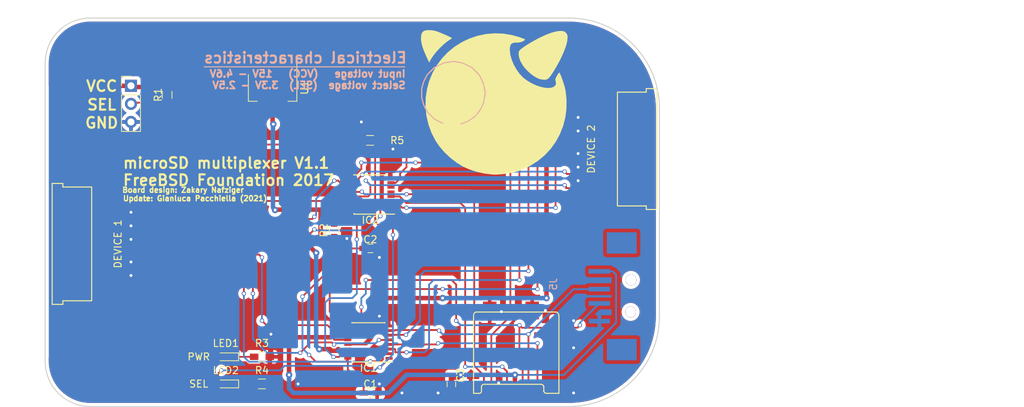
<source format=kicad_pcb>
(kicad_pcb (version 20210824) (generator pcbnew)
  (title_block (title "micro SD card multiplexer board") (date "2017-11-17") (rev "1.0") (company "FreeBSD Foundation"))
  (layers (0 "F.Cu" signal) (31 "B.Cu" signal) (34 "B.Paste" user) (35 "F.Paste" user) (36 "B.SilkS" user "B.Silkscreen") (37 "F.SilkS" user "F.Silkscreen") (38 "B.Mask" user) (39 "F.Mask" user) (44 "Edge.Cuts" user))
  (net 0 "")
  (net 1 "VCC")
  (net 2 "GND")
  (net 3 "VDD_1")
  (net 4 "CMD_1")
  (net 5 "CMD_2")
  (net 6 "3V3")
  (net 7 "DAT3{slash}CD_1")
  (net 8 "Net-(IC1-Pad4)")
  (net 9 "DAT2_2")
  (net 10 "DAT2_1")
  (net 11 "device_select")
  (net 12 "OE")
  (net 13 "DAT1_1")
  (net 14 "DAT1_2")
  (net 15 "DAT0_1")
  (net 16 "DAT0_2")
  (net 17 "Net-(IC2-Pad9)")
  (net 18 "Net-(IC2-Pad7)")
  (net 19 "Net-(IC2-Pad4)")
  (net 20 "CLK_2")
  (net 21 "CLK_1")
  (net 22 "VDD_2")
  (net 23 "Net-(LED1-Pad1)")
  (net 24 "Net-(LED2-Pad1)")
  (net 25 "Net-(IC2-Pad12)")
  (net 26 "DAT3{slash}CD_2")
  (net 27 "VDD")
  (net 28 "DAT3{slash}CD")
  (net 29 "CMD")
  (footprint "Capacitors_SMD:C_0603_HandSoldering" (layer "F.Cu") (at 147.32 120.015)
    (fp_text reference "C1")
    (fp_text value "100nF")
  )
  (footprint "Capacitors_SMD:C_0603_HandSoldering" (layer "F.Cu") (at 147.32 99.695)
    (fp_text reference "C2")
    (fp_text value "100nF")
  )
  (footprint "Capacitors_SMD:C_0603_HandSoldering" (layer "F.Cu") (at 158.715107 118.800683 -90)
    (fp_text reference "C3")
    (fp_text value "100nF")
  )
  (footprint "Package_SO:SSOP-16_4.4x5.2mm_P0.65mm" (layer "F.Cu") (at 147.05 112.87 180)
    (fp_text reference "IC1")
    (fp_text value "SN74CB3Q3257DBQR")
  )
  (footprint "Package_SO:SSOP-16_4.4x5.2mm_P0.65mm" (layer "F.Cu") (at 147.32 92.075 180)
    (fp_text reference "IC2")
    (fp_text value "SN74CB3Q3257DBQR")
  )
  (footprint "sd_mux_footprints:FFC_connector_SFW12R-2STE1LF" (layer "F.Cu") (at 108.585 99.06 -90)
    (fp_text reference "J2" hide)
    (fp_text value "DEVICE 1")
  )
  (footprint "sd_mux_footprints:FFC_connector_SFW12R-2STE1LF" (layer "F.Cu") (at 181.61 85.725 90)
    (fp_text reference "J3" hide)
    (fp_text value "DEVICE 2")
  )
  (footprint "Pin_Headers:Pin_Header_Straight_1x03_Pitch2.54mm" (layer "F.Cu") (at 113.665 76.835)
    (fp_text reference "J4" hide)
    (fp_text value "CONTROL")
  )
  (footprint "LEDs:LED_0603_HandSoldering" (layer "F.Cu") (at 127 114.935 180)
    (fp_text reference "LED1")
    (fp_text value "PWR")
  )
  (footprint "LEDs:LED_0603_HandSoldering" (layer "F.Cu") (at 127 118.745 180)
    (fp_text reference "LED2")
    (fp_text value "SEL")
  )
  (footprint "Resistors_SMD:R_0603_HandSoldering" (layer "F.Cu") (at 118.745 78.105 -90)
    (fp_text reference "R1")
    (fp_text value "10K")
  )
  (footprint "Resistors_SMD:R_0603_HandSoldering" (layer "F.Cu") (at 142.24 97.155 90)
    (fp_text reference "R2")
    (fp_text value "10K")
  )
  (footprint "Resistors_SMD:R_0603_HandSoldering" (layer "F.Cu") (at 132.08 114.935)
    (fp_text reference "R3")
    (fp_text value "1K")
  )
  (footprint "Resistors_SMD:R_0603_HandSoldering" (layer "F.Cu") (at 132.08 118.745)
    (fp_text reference "R4")
    (fp_text value "1K")
  )
  (footprint "Resistors_SMD:R_0603_HandSoldering" (layer "F.Cu") (at 147.285107 84.510683 180)
    (fp_text reference "R5")
    (fp_text value "10K")
  )
  (footprint "sd_mux_footprints:push_pull_uSD_slot_1040310811" (layer "F.Cu") (at 167.83 120.07)
    (fp_text reference "J1" hide)
    (fp_text value "Micro_SD_Card_Det")
  )
  (footprint "sd_mux_footprints:fbsd_logo" (layer "F.Cu") (at 164.8 79.2)
    (fp_text reference "G***" hide)
    (fp_text value "LOGO" hide)
  )
  (footprint "Package_TO_SOT_SMD:SOT-223-3_TabPin2" (layer "F.Cu") (at 133.575 77.095 -90)
    (fp_text reference "U1")
    (fp_text value "AMS1117-3.3")
  )
  (footprint "Symbol:avatar" (layer "B.Cu") (at 159.19 78.63 180)
    (fp_text reference "G***" hide)
    (fp_text value "LOGO" hide)
  )
  (footprint "Connector_USB:USB aliexpress" (layer "B.Cu") (at 183.91 106.376 -90)
    (fp_text reference "J5")
    (fp_text value "USB_A")
  )
  (gr_line (start 152.146 74.168) (end 123.952 74.168) (layer "B.SilkS") (width 0.15))
  (gr_line (start 107.95 67.31) (end 175.26 67.31) (layer "Edge.Cuts") (width 0.15))
  (gr_line (start 187.96 80.01) (end 187.96 109.22) (layer "Edge.Cuts") (width 0.15))
  (gr_line (start 107.95 121.92) (end 175.26 121.92) (layer "Edge.Cuts") (width 0.15))
  (gr_arc (start 107.95 73.66) (end 101.6 73.66) (angle 90) (layer "Edge.Cuts") (width 0.15))
  (gr_line (start 101.6 73.66) (end 101.6 115.57) (layer "Edge.Cuts") (width 0.15))
  (gr_arc (start 175.26 109.22) (end 187.96 109.22) (angle 90) (layer "Edge.Cuts") (width 0.15))
  (gr_arc (start 175.26 80.01) (end 175.26 67.31) (angle 90) (layer "Edge.Cuts") (width 0.15))
  (gr_arc (start 107.95 115.57) (end 107.95 121.92) (angle 90) (layer "Edge.Cuts") (width 0.15))
  (gr_text "Input voltage   (VCC)   15V - 4.6V\nSelect voltage  (SEL)  3.3V - 2.5V" (at 152.4 75.946) (layer "B.SilkS") (effects (font (size 1 1) (thickness 0.25)) (justify left mirror)))
  (gr_text "Electrical characteristics" (at 138.176 72.898) (layer "B.SilkS") (effects (font (size 1.5 1.5) (thickness 0.3)) (justify mirror)))
  (gr_text "Board design: Zakary Nafziger      \nUpdate: Gianluca Pacchiella (2021)" (at 122.682 92.075) (layer "F.SilkS") (effects (font (size 0.738 0.738) (thickness 0.1845))))
  (gr_text "VCC" (at 109.55 76.88) (layer "F.SilkS") (effects (font (size 1.5 1.5) (thickness 0.3))))
  (gr_text "SEL" (at 109.55 79.502) (layer "F.SilkS") (effects (font (size 1.5 1.5) (thickness 0.3))))
  (gr_text "microSD multiplexer V1.1\nFreeBSD Foundation 2017\n" (at 112.395 88.9) (layer "F.SilkS") (effects (font (size 1.5 1.5) (thickness 0.3)) (justify left)))
  (gr_text "GND" (at 109.55 82.042) (layer "F.SilkS") (effects (font (size 1.5 1.5) (thickness 0.3))))
  (segment (start 150 71.145) (end 160 71.145) (width 0.25) (layer "F.Cu") (net 0))
  (segment (start 118.745 77.005) (end 113.835 77.005) (width 0.635) (layer "F.Cu") (net 1))
  (segment (start 123.825 114.935) (end 125.9 114.935) (width 0.635) (layer "F.Cu") (net 1))
  (segment (start 103.505 76.835) (end 113.665 76.835) (width 0.635) (layer "F.Cu") (net 1))
  (segment (start 123.825 114.935) (end 103.505 114.935) (width 0.635) (layer "F.Cu") (net 1))
  (segment (start 102.87 114.3) (end 102.87 77.47) (width 0.635) (layer "F.Cu") (net 1))
  (segment (start 103.505 114.935) (end 102.87 114.3) (width 0.635) (layer "F.Cu") (net 1))
  (segment (start 128.215 77.005) (end 131.275 73.945) (width 0.635) (layer "F.Cu") (net 1))
  (segment (start 118.745 77.005) (end 128.215 77.005) (width 0.635) (layer "F.Cu") (net 1))
  (segment (start 102.87 77.47) (end 103.505 76.835) (width 0.635) (layer "F.Cu") (net 1))
  (segment (start 113.835 77.005) (end 113.665 76.835) (width 0.25) (layer "F.Cu") (net 1))
  (segment (start 181.11 81.225) (end 176.585 81.225) (width 0.25) (layer "F.Cu") (net 2))
  (segment (start 109.085 94.56) (end 113.61 94.56) (width 0.25) (layer "F.Cu") (net 2))
  (segment (start 176.53 83.185) (end 181.07 83.185) (width 0.25) (layer "F.Cu") (net 2))
  (segment (start 149.95 110.58) (end 149.95 110.595) (width 0.25) (layer "F.Cu") (net 2))
  (segment (start 148.27 120.015) (end 151.765 120.015) (width 0.635) (layer "F.Cu") (net 2))
  (segment (start 109.085 98.56) (end 113.53 98.56) (width 0.25) (layer "F.Cu") (net 2))
  (segment (start 142.24 98.255) (end 142.24 97.906348) (width 0.25) (layer "F.Cu") (net 2))
  (segment (start 146.185107 84.510683) (end 146.185107 82.050107) (width 0.635) (layer "F.Cu") (net 2))
  (segment (start 109.085 103.56) (end 113.61 103.56) (width 0.25) (layer "F.Cu") (net 2))
  (segment (start 156.845 120.015) (end 158.45079 120.015) (width 0.635) (layer "F.Cu") (net 2))
  (segment (start 181.07 88.265) (end 181.11 88.225) (width 0.25) (layer "F.Cu") (net 2))
  (segment (start 150.125 88.795) (end 150.495 88.425) (width 0.635) (layer "F.Cu") (net 2))
  (segment (start 150.125 88.795) (end 150.125 89.6475) (width 0.635) (layer "F.Cu") (net 2))
  (segment (start 109.125 101.6) (end 109.085 101.56) (width 0.25) (layer "F.Cu") (net 2))
  (segment (start 109.125 96.52) (end 109.085 96.56) (width 0.25) (layer "F.Cu") (net 2))
  (segment (start 181.07 83.185) (end 181.11 83.225) (width 0.25) (layer "F.Cu") (net 2))
  (segment (start 133.35 114.3) (end 133.35 111.76) (width 0.635) (layer "F.Cu") (net 2))
  (segment (start 133.18 118.745) (end 133.18 114.935) (width 0.635) (layer "F.Cu") (net 2))
  (segment (start 148.27 99.695) (end 148.27 100.645) (width 0.635) (layer "F.Cu") (net 2))
  (segment (start 164.1 108.42) (end 165.57 108.42) (width 0.25) (layer "F.Cu") (net 2))
  (segment (start 133.18 118.745) (end 134.415 118.745) (width 0.635) (layer "F.Cu") (net 2))
  (segment (start 134.66501 118.99501) (end 136.90999 118.99501) (width 0.635) (layer "F.Cu") (net 2))
  (segment (start 136.90999 118.99501) (end 137.16 118.745) (width 0.635) (layer "F.Cu") (net 2))
  (segment (start 175.575 119.695) (end 175.895 120.015) (width 0.25) (layer "F.Cu") (net 2))
  (segment (start 150.495 88.425) (end 150.495 85.725) (width 0.635) (layer "F.Cu") (net 2))
  (segment (start 181.11 86.225) (end 176.665 86.225) (width 0.25) (layer "F.Cu") (net 2))
  (segment (start 158.45079 120.015) (end 158.715107 119.750683) (width 0.635) (layer "F.Cu") (net 2))
  (segment (start 148.59 109.22) (end 149.95 110.58) (width 0.25) (layer "F.Cu") (net 2))
  (segment (start 148.27 100.645) (end 148.59 100.965) (width 0.635) (layer "F.Cu") (net 2))
  (segment (start 165.43 119.82) (end 165.43 118.694) (width 0.635) (layer "F.Cu") (net 2))
  (segment (start 113.665 96.52) (end 109.125 96.52) (width 0.25) (layer "F.Cu") (net 2))
  (segment (start 113.53 98.56) (end 113.665 98.425) (width 0.25) (layer "F.Cu") (net 2))
  (segment (start 173.87 119.695) (end 175.575 119.695) (width 0.25) (layer "F.Cu") (net 2))
  (segment (start 146.185107 82.050107) (end 146.05 81.915) (width 0.635) (layer "F.Cu") (net 2))
  (segment (start 158.99579 119.47) (end 158.715107 119.750683) (width 0.25) (layer "F.Cu") (net 2))
  (segment (start 171.92 108.42) (end 171.925556 108.425556) (width 0.25) (layer "F.Cu") (net 2))
  (segment (start 175.78 109.97) (end 175.895 109.855) (width 0.25) (layer "F.Cu") (net 2))
  (segment (start 176.53 88.265) (end 181.07 88.265) (width 0.25) (layer "F.Cu") (net 2))
  (segment (start 113.61 94.56) (end 113.665 94.615) (width 0.25) (layer "F.Cu") (net 2))
  (segment (start 133.18 114.935) (end 133.18 114.47) (width 0.635) (layer "F.Cu") (net 2))
  (segment (start 148.59 119.695) (end 148.27 120.015) (width 0.635) (layer "F.Cu") (net 2))
  (segment (start 176.665 86.225) (end 176.53 86.36) (width 0.25) (layer "F.Cu") (net 2))
  (segment (start 175.895 113.665) (end 173.975 113.665) (width 0.25) (layer "F.Cu") (net 2))
  (segment (start 181.11 90.225) (end 176.585 90.225) (width 0.25) (layer "F.Cu") (net 2))
  (segment (start 176.585 90.225) (end 176.53 90.17) (width 0.25) (layer "F.Cu") (net 2))
  (segment (start 113.665 101.6) (end 109.125 101.6) (width 0.25) (layer "F.Cu") (net 2))
  (segment (start 134.415 118.745) (end 134.66501 118.99501) (width 0.635) (layer "F.Cu") (net 2))
  (segment (start 161.41 119.47) (end 158.99579 119.47) (width 0.25) (layer "F.Cu") (net 2))
  (segment (start 148.59 118.745) (end 148.59 119.695) (width 0.635) (layer "F.Cu") (net 2))
  (segment (start 165.43 118.694) (end 165.354 118.618) (width 0.635) (layer "F.Cu") (net 2))
  (segment (start 165.57 108.42) (end 165.735 108.585) (width 0.25) (layer "F.Cu") (net 2))
  (segment (start 133.18 114.47) (end 133.35 114.3) (width 0.635) (layer "F.Cu") (net 2))
  (segment (start 170.07 108.42) (end 171.92 108.42) (width 0.25) (layer "F.Cu") (net 2))
  (segment (start 113.61 103.56) (end 113.665 103.505) (width 0.25) (layer "F.Cu") (net 2))
  (segment (start 173.97 109.97) (end 175.78 109.97) (width 0.25) (layer "F.Cu") (net 2))
  (segment (start 173.975 113.665) (end 173.97 113.67) (width 0.25) (layer "F.Cu") (net 2))
  (segment (start 176.585 81.225) (end 176.53 81.28) (width 0.25) (layer "F.Cu") (net 2))
  (via (at 176.53 86.36) (size 0.6) (drill 0.4) (layers "F.Cu" "B.Cu") (net 2))
  (via (at 113.665 96.52) (size 0.6) (drill 0.4) (layers "F.Cu" "B.Cu") (net 2))
  (via (at 175.895 113.665) (size 0.6) (drill 0.4) (layers "F.Cu" "B.Cu") (net 2))
  (via (at 113.665 103.505) (size 0.6) (drill 0.4) (layers "F.Cu" "B.Cu") (net 2))
  (via (at 146.05 81.915) (size 0.9) (drill 0.4) (layers "F.Cu" "B.Cu") (net 2))
  (via (at 165.354 118.618) (size 0.9) (drill 0.4) (layers "F.Cu" "B.Cu") (net 2))
  (via (at 175.895 120.015) (size 0.6) (drill 0.4) (layers "F.Cu" "B.Cu") (net 2))
  (via (at 133.35 111.76) (size 0.9) (drill 0.4) (layers "F.Cu" "B.Cu") (net 2))
  (via (at 176.53 88.265) (size 0.6) (drill 0.4) (layers "F.Cu" "B.Cu") (net 2))
  (via (at 148.59 100.965) (size 0.9) (drill 0.4) (layers "F.Cu" "B.Cu") (net 2))
  (via (at 165.735 108.585) (size 0.6) (drill 0.4) (layers "F.Cu" "B.Cu") (net 2))
  (via (at 176.53 90.17) (size 0.6) (drill 0.4) (layers "F.Cu" "B.Cu") (net 2))
  (via (at 176.53 81.28) (size 0.6) (drill 0.4) (layers "F.Cu" "B.Cu") (net 2))
  (via (at 113.665 94.615) (size 0.6) (drill 0.4) (layers "F.Cu" "B.Cu") (net 2))
  (via (at 150.495 85.725) (size 0.9) (drill 0.4) (layers "F.Cu" "B.Cu") (net 2))
  (via (at 176.53 83.185) (size 0.6) (drill 0.4) (layers "F.Cu" "B.Cu") (net 2))
  (via (at 175.895 109.855) (size 0.6) (drill 0.4) (layers "F.Cu" "B.Cu") (net 2))
  (via (at 144.018 98.298) (size 0.6) (drill 0.4) (layers "F.Cu" "B.Cu") (net 2))
  (via (at 156.845 120.015) (size 0.9) (drill 0.4) (layers "F.Cu" "B.Cu") (net 2))
  (via (at 113.665 101.6) (size 0.6) (drill 0.4) (layers "F.Cu" "B.Cu") (net 2))
  (via (at 171.925556 108.425556) (size 0.6) (drill 0.4) (layers "F.Cu" "B.Cu") (net 2))
  (via (at 113.665 98.425) (size 0.6) (drill 0.4) (layers "F.Cu" "B.Cu") (net 2))
  (via (at 148.59 109.22) (size 0.9) (drill 0.4) (layers "F.Cu" "B.Cu") (net 2))
  (via (at 148.59 118.745) (size 0.9) (drill 0.4) (layers "F.Cu" "B.Cu") (net 2))
  (via (at 151.765 120.015) (size 0.9) (drill 0.4) (layers "F.Cu" "B.Cu") (net 2))
  (via (at 137.16 118.745) (size 0.9) (drill 0.4) (layers "F.Cu" "B.Cu") (net 2))
  (segment (start 133.390001 96.479999) (end 139.040111 96.479999) (width 0.25) (layer "B.Cu") (net 2))
  (segment (start 140.061254 96.209122) (end 141.200876 95.0695) (width 0.25) (layer "B.Cu") (net 2))
  (segment (start 165.354 118.618) (end 165.354 120.015) (width 0.25) (layer "B.Cu") (net 2))
  (segment (start 133.35 111.76) (end 133.35 96.52) (width 0.25) (layer "B.Cu") (net 2))
  (segment (start 113.665 98.425) (end 113.665 101.6) (width 0.25) (layer "B.Cu") (net 2))
  (segment (start 139.040111 96.479999) (end 139.310988 96.209122) (width 0.25) (layer "B.Cu") (net 2))
  (segment (start 165.735 108.585) (end 171.766112 108.585) (width 0.25) (layer "B.Cu") (net 2))
  (segment (start 113.665 103.505) (end 113.665 101.6) (width 0.25) (layer "B.Cu") (net 2))
  (segment (start 139.310988 96.209122) (end 140.061254 96.209122) (width 0.25) (layer "B.Cu") (net 2))
  (segment (start 113.665 98.425) (end 113.665 96.52) (width 0.25) (layer "B.Cu") (net 2))
  (segment (start 171.766112 108.585) (end 171.925556 108.425556) (width 0.25) (layer "B.Cu") (net 2))
  (segment (start 133.35 96.52) (end 133.390001 96.479999) (width 0.25) (layer "B.Cu") (net 2))
  (segment (start 113.665 94.615) (end 113.665 96.52) (width 0.25) (layer "B.Cu") (net 2))
  (segment (start 142.825 113.87) (end 142.808499 113.853499) (width 0.635) (layer "F.Cu") (net 3))
  (segment (start 109.085 99.56) (end 138.93 99.56) (width 0.635) (layer "F.Cu") (net 3))
  (segment (start 141.624609 113.853499) (end 140.166501 113.853499) (width 0.635) (layer "F.Cu") (net 3))
  (segment (start 142.803331 113.853499) (end 142.573095 114.083735) (width 0.635) (layer "F.Cu") (net 3))
  (segment (start 138.93 99.56) (end 139.7 100.33) (width 0.635) (layer "F.Cu") (net 3))
  (segment (start 141.854845 114.083735) (end 141.624609 113.853499) (width 0.635) (layer "F.Cu") (net 3))
  (segment (start 142.85 113.845) (end 142.825 113.87) (width 0.25) (layer "F.Cu") (net 3))
  (segment (start 140.166501 113.853499) (end 140.15 113.87) (width 0.635) (layer "F.Cu") (net 3))
  (segment (start 144.15 113.845) (end 142.85 113.845) (width 0.25) (layer "F.Cu") (net 3))
  (segment (start 142.808499 113.853499) (end 142.803331 113.853499) (width 0.635) (layer "F.Cu") (net 3))
  (segment (start 142.573095 114.083735) (end 141.854845 114.083735) (width 0.635) (layer "F.Cu") (net 3))
  (via (at 139.7 100.33) (size 0.9) (drill 0.4) (layers "F.Cu" "B.Cu") (net 3))
  (via (at 140.15 113.87) (size 0.9) (drill 0.4) (layers "F.Cu" "B.Cu") (net 3))
  (segment (start 139.7 113.42) (end 140.15 113.87) (width 0.635) (layer "B.Cu") (net 3))
  (segment (start 139.7 100.33) (end 139.7 113.42) (width 0.635) (layer "B.Cu") (net 3))
  (segment (start 142.7 111.895) (end 144.15 111.895) (width 0.25) (layer "F.Cu") (net 4))
  (segment (start 131.675 100.56) (end 109.085 100.56) (width 0.25) (layer "F.Cu") (net 4))
  (segment (start 132.715 110.49) (end 141.295 110.49) (width 0.25) (layer "F.Cu") (net 4))
  (segment (start 132.08 100.965) (end 131.675 100.56) (width 0.25) (layer "F.Cu") (net 4))
  (segment (start 132.08 109.855) (end 132.715 110.49) (width 0.25) (layer "F.Cu") (net 4))
  (segment (start 141.295 110.49) (end 142.7 111.895) (width 0.25) (layer "F.Cu") (net 4))
  (via (at 132.08 100.965) (size 0.6) (drill 0.4) (layers "F.Cu" "B.Cu") (net 4))
  (via (at 132.08 109.855) (size 0.6) (drill 0.4) (layers "F.Cu" "B.Cu") (net 4))
  (segment (start 132.08 109.855) (end 132.08 100.965) (width 0.25) (layer "B.Cu") (net 4))
  (segment (start 142.8 110.77) (end 142.8 109.78) (width 0.25) (layer "F.Cu") (net 5))
  (segment (start 141.605 106.045) (end 142.24 105.41) (width 0.25) (layer "F.Cu") (net 5))
  (segment (start 144.15 111.245) (end 143.275 111.245) (width 0.25) (layer "F.Cu") (net 5))
  (segment (start 141.605 108.585) (end 141.605 106.045) (width 0.25) (layer "F.Cu") (net 5))
  (segment (start 142.8 109.78) (end 141.605 108.585) (width 0.25) (layer "F.Cu") (net 5))
  (segment (start 170.815 105.41) (end 170.815 84.455) (width 0.25) (layer "F.Cu") (net 5))
  (segment (start 171.045 84.225) (end 181.11 84.225) (width 0.25) (layer "F.Cu") (net 5))
  (segment (start 142.24 105.41) (end 157.48 105.41) (width 0.25) (layer "F.Cu") (net 5))
  (segment (start 170.815 84.455) (end 171.045 84.225) (width 0.25) (layer "F.Cu") (net 5))
  (segment (start 143.275 111.245) (end 142.8 110.77) (width 0.25) (layer "F.Cu") (net 5))
  (via (at 157.48 105.41) (size 0.6) (drill 0.4) (layers "F.Cu" "B.Cu") (net 5))
  (via (at 170.815 105.41) (size 0.6) (drill 0.4) (layers "F.Cu" "B.Cu") (net 5))
  (segment (start 160.02 105.41) (end 170.815 105.41) (width 0.25) (layer "B.Cu") (net 5))
  (segment (start 157.48 105.41) (end 160.02 105.41) (width 0.25) (layer "B.Cu") (net 5))
  (segment (start 138.7 114.67) (end 139.655236 115.625236) (width 0.25) (layer "F.Cu") (net 6))
  (segment (start 133.575 82.125) (end 133.68 82.23) (width 0.25) (layer "F.Cu") (net 6))
  (segment (start 146.37 119.225) (end 146.37 120.015) (width 0.25) (layer "F.Cu") (net 6))
  (segment (start 133.9765 94.245) (end 133.925 94.2965) (width 0.635) (layer "F.Cu") (net 6))
  (segment (start 143.844764 115.625236) (end 144.15 115.32) (width 0.25) (layer "F.Cu") (net 6))
  (segment (start 142.15 102.095) (end 137.775 106.47) (width 0.25) (layer "F.Cu") (net 6))
  (segment (start 142.38 94.35) (end 142.275 94.245) (width 0.25) (layer "F.Cu") (net 6))
  (segment (start 133.575 80.245) (end 133.575 82.125) (width 0.635) (layer "F.Cu") (net 6))
  (segment (start 144.15 115.145) (end 144.15 116.72) (width 0.25) (layer "F.Cu") (net 6))
  (segment (start 140.325 98.139022) (end 141.880978 99.695) (width 0.25) (layer "F.Cu") (net 6))
  (segment (start 139.655236 115.625236) (end 143.844764 115.625236) (width 0.25) (layer "F.Cu") (net 6))
  (segment (start 140.325 94.245) (end 140.325 98.139022) (width 0.635) (layer "F.Cu") (net 6))
  (segment (start 133.575 73.945) (end 133.575 80.245) (width 0.635) (layer "F.Cu") (net 6))
  (segment (start 142.15 99.695) (end 142.15 102.095) (width 0.25) (layer "F.Cu") (net 6))
  (segment (start 142.275 94.245) (end 140.325 94.245) (width 0.635) (layer "F.Cu") (net 6))
  (segment (start 141.880978 99.695) (end 142.15 99.695) (width 0.25) (layer "F.Cu") (net 6))
  (segment (start 144.15 116.72) (end 146.425 118.995) (width 0.25) (layer "F.Cu") (net 6))
  (segment (start 142.15 99.695) (end 146.37 99.695) (width 0.25) (layer "F.Cu") (net 6))
  (segment (start 140.325 94.245) (end 133.9765 94.245) (width 0.635) (layer "F.Cu") (net 6))
  (segment (start 144.42 94.35) (end 142.38 94.35) (width 0.25) (layer "F.Cu") (net 6))
  (segment (start 146.425 119.17) (end 146.37 119.225) (width 0.25) (layer "F.Cu") (net 6))
  (segment (start 146.425 118.995) (end 146.425 119.17) (width 0.25) (layer "F.Cu") (net 6))
  (via (at 133.925 94.2965) (size 0.9) (drill 0.4) (layers "F.Cu" "B.Cu") (net 6))
  (via (at 138.7 114.67) (size 0.6) (drill 0.4) (layers "F.Cu" "B.Cu") (net 6))
  (via (at 133.68 82.23) (size 0.9) (drill 0.4) (layers "F.Cu" "B.Cu") (net 6))
  (via (at 137.775 106.47) (size 0.6) (drill 0.4) (layers "F.Cu" "B.Cu") (net 6))
  (segment (start 133.925 94.245) (end 133.925 94.2965) (width 0.25) (layer "B.Cu") (net 6))
  (segment (start 137.775 113.745) (end 138.7 114.67) (width 0.25) (layer "B.Cu") (net 6))
  (segment (start 137.775 106.47) (end 137.775 113.745) (width 0.25) (layer "B.Cu") (net 6))
  (segment (start 133.625 93.945) (end 133.925 94.245) (width 0.25) (layer "B.Cu") (net 6))
  (segment (start 133.625 82.285) (end 133.68 82.23) (width 0.25) (layer "B.Cu") (net 6))
  (segment (start 133.625 93.945) (end 133.625 82.285) (width 0.635) (layer "B.Cu") (net 6))
  (segment (start 149.925 112.57) (end 149.95 112.545) (width 0.25) (layer "F.Cu") (net 7))
  (segment (start 138.922313 112.911499) (end 141.908735 112.911499) (width 0.25) (layer "F.Cu") (net 7))
  (segment (start 137.454962 114.37885) (end 138.922313 112.911499) (width 0.25) (layer "F.Cu") (net 7))
  (segment (start 130.81 106.045) (end 130.81 102.87) (width 0.25) (layer "F.Cu") (net 7))
  (segment (start 141.908735 112.911499) (end 142.21397 113.216734) (width 0.25) (layer "F.Cu") (net 7))
  (segment (start 148.525 112.57) (end 149.925 112.57) (width 0.25) (layer "F.Cu") (net 7))
  (segment (start 130.5 102.56) (end 109.085 102.56) (width 0.25) (layer "F.Cu") (net 7))
  (segment (start 130.81 102.87) (end 130.5 102.56) (width 0.25) (layer "F.Cu") (net 7))
  (via (at 137.454962 114.37885) (size 0.6) (drill 0.4) (layers "F.Cu" "B.Cu") (net 7))
  (via (at 142.21397 113.216734) (size 0.6) (drill 0.4) (layers "F.Cu" "B.Cu") (net 7))
  (via (at 148.525 112.57) (size 0.6) (drill 0.4) (layers "F.Cu" "B.Cu") (net 7))
  (via (at 130.81 106.045) (size 0.6) (drill 0.4) (layers "F.Cu" "B.Cu") (net 7))
  (segment (start 142.400704 113.03) (end 142.21397 113.216734) (width 0.25) (layer "B.Cu") (net 7))
  (segment (start 148.065 113.03) (end 142.400704 113.03) (width 0.25) (layer "B.Cu") (net 7))
  (segment (start 148.525 112.57) (end 148.065 113.03) (width 0.25) (layer "B.Cu") (net 7))
  (segment (start 132.79385 114.37885) (end 137.454962 114.37885) (width 0.25) (layer "B.Cu") (net 7))
  (segment (start 130.81 112.395) (end 132.79385 114.37885) (width 0.25) (layer "B.Cu") (net 7))
  (segment (start 130.81 106.045) (end 130.81 112.395) (width 0.25) (layer "B.Cu") (net 7))
  (segment (start 149.95 113.195) (end 156.68 113.195) (width 0.25) (layer "F.Cu") (net 8))
  (segment (start 156.68 113.195) (end 156.845 113.03) (width 0.25) (layer "F.Cu") (net 8))
  (segment (start 170.815 113.03) (end 170.815 119.7) (width 0.25) (layer "F.Cu") (net 8))
  (segment (start 170.815 119.7) (end 170.935 119.82) (width 0.25) (layer "F.Cu") (net 8))
  (via (at 170.815 113.03) (size 0.6) (drill 0.4) (layers "F.Cu" "B.Cu") (net 8))
  (via (at 156.845 113.03) (size 0.6) (drill 0.4) (layers "F.Cu" "B.Cu") (net 8))
  (segment (start 156.845 113.03) (end 170.815 113.03) (width 0.25) (layer "B.Cu") (net 8))
  (segment (start 168.275 80.645) (end 168.695 80.225) (width 0.25) (layer "F.Cu") (net 9))
  (segment (start 168.275 104.14) (end 168.275 80.645) (width 0.25) (layer "F.Cu") (net 9))
  (segment (start 168.695 80.225) (end 181.11 80.225) (width 0.25) (layer "F.Cu") (net 9))
  (segment (start 150.749022 113.845) (end 150.824511 113.920489) (width 0.25) (layer "F.Cu") (net 9))
  (segment (start 149.95 113.845) (end 150.749022 113.845) (width 0.25) (layer "F.Cu") (net 9))
  (segment (start 150.824511 114.3) (end 152.4 114.3) (width 0.25) (layer "F.Cu") (net 9))
  (segment (start 150.824511 113.920489) (end 150.824511 114.3) (width 0.25) (layer "F.Cu") (net 9))
  (via (at 168.275 104.14) (size 0.6) (drill 0.4) (layers "F.Cu" "B.Cu") (net 9))
  (via (at 152.4 114.3) (size 0.6) (drill 0.4) (layers "F.Cu" "B.Cu") (net 9))
  (segment (start 152.4 114.3) (end 154.94 114.3) (width 0.25) (layer "B.Cu") (net 9))
  (segment (start 154.94 114.3) (end 155.575 113.665) (width 0.25) (layer "B.Cu") (net 9))
  (segment (start 155.575 113.665) (end 155.575 104.775) (width 0.25) (layer "B.Cu") (net 9))
  (segment (start 155.575 104.775) (end 156.21 104.14) (width 0.25) (layer "B.Cu") (net 9))
  (segment (start 156.21 104.14) (end 168.275 104.14) (width 0.25) (layer "B.Cu") (net 9))
  (segment (start 149.075489 115.313095) (end 148.818584 115.57) (width 0.25) (layer "F.Cu") (net 10))
  (segment (start 129.325 104.56) (end 109.085 104.56) (width 0.25) (layer "F.Cu") (net 10))
  (segment (start 149.075489 114.570489) (end 149.075489 115.313095) (width 0.25) (layer "F.Cu") (net 10))
  (segment (start 148.818584 115.57) (end 147.32 115.57) (width 0.25) (layer "F.Cu") (net 10))
  (segment (start 149.150978 114.495) (end 149.075489 114.570489) (width 0.25) (layer "F.Cu") (net 10))
  (segment (start 129.54 106.045) (end 129.54 104.775) (width 0.25) (layer "F.Cu") (net 10))
  (segment (start 149.95 114.495) (end 149.150978 114.495) (width 0.25) (layer "F.Cu") (net 10))
  (segment (start 129.54 104.775) (end 129.325 104.56) (width 0.25) (layer "F.Cu") (net 10))
  (via (at 147.32 115.57) (size 0.6) (drill 0.4) (layers "F.Cu" "B.Cu") (net 10))
  (via (at 129.54 106.045) (size 0.6) (drill 0.4) (layers "F.Cu" "B.Cu") (net 10))
  (segment (start 147.32 115.57) (end 147.264764 115.625236) (width 0.25) (layer "B.Cu") (net 10))
  (segment (start 147.264764 115.625236) (end 130.230236 115.625236) (width 0.25) (layer "B.Cu") (net 10))
  (segment (start 129.54 114.935) (end 129.54 106.045) (width 0.25) (layer "B.Cu") (net 10))
  (segment (start 130.230236 115.625236) (end 129.54 114.935) (width 0.25) (layer "B.Cu") (net 10))
  (segment (start 150.495 96.52) (end 150.495 97.79) (width 0.25) (layer "F.Cu") (net 11))
  (segment (start 147.995001 86.400001) (end 147.32 85.725) (width 0.25) (layer "F.Cu") (net 11))
  (segment (start 147.995001 95.844999) (end 147.995001 86.400001) (width 0.25) (layer "F.Cu") (net 11))
  (segment (start 145.415 85.725) (end 144.78 85.09) (width 0.25) (layer "F.Cu") (net 11))
  (segment (start 147.32 85.725) (end 145.415 85.725) (width 0.25) (layer "F.Cu") (net 11))
  (segment (start 148.675 116.42) (end 148.65 116.42) (width 0.25) (layer "F.Cu") (net 11))
  (segment (start 150.495 96.52) (end 149.92 95.945) (width 0.25) (layer "F.Cu") (net 11))
  (segment (start 119.735 79.205) (end 118.745 79.205) (width 0.25) (layer "F.Cu") (net 11))
  (segment (start 144.78 85.09) (end 125.62 85.09) (width 0.25) (layer "F.Cu") (net 11))
  (segment (start 147.955 95.885) (end 147.995001 95.844999) (width 0.25) (layer "F.Cu") (net 11))
  (segment (start 149.92 95.945) (end 149.92 94.2975) (width 0.25) (layer "F.Cu") (net 11))
  (segment (start 150.495 96.52) (end 148.59 96.52) (width 0.25) (layer "F.Cu") (net 11))
  (segment (start 125.9 117.305) (end 126.365 116.84) (width 0.25) (layer "F.Cu") (net 11))
  (segment (start 113.835 79.205) (end 113.665 79.375) (width 0.25) (layer "F.Cu") (net 11))
  (segment (start 125.62 85.09) (end 119.735 79.205) (width 0.25) (layer "F.Cu") (net 11))
  (segment (start 148.59 96.52) (end 147.955 95.885) (width 0.25) (layer "F.Cu") (net 11))
  (segment (start 118.745 79.205) (end 113.835 79.205) (width 0.25) (layer "F.Cu") (net 11))
  (segment (start 125.9 118.745) (end 125.9 117.305) (width 0.25) (layer "F.Cu") (net 11))
  (segment (start 149.95 115.145) (end 148.675 116.42) (width 0.25) (layer "F.Cu") (net 11))
  (via (at 148.65 116.42) (size 0.6) (drill 0.4) (layers "F.Cu" "B.Cu") (net 11))
  (via (at 126.365 116.84) (size 0.6) (drill 0.4) (layers "F.Cu" "B.Cu") (net 11))
  (via (at 150.495 97.79) (size 0.6) (drill 0.4) (layers "F.Cu" "B.Cu") (net 11))
  (segment (start 150.495 109.855) (end 150.495 113.03) (width 0.25) (layer "B.Cu") (net 11))
  (segment (start 150.495 114.575) (end 148.65 116.42) (width 0.25) (layer "B.Cu") (net 11))
  (segment (start 150.495 113.03) (end 151.13 113.03) (width 0.25) (layer "B.Cu") (net 11))
  (segment (start 134.62 116.84) (end 135.255 116.205) (width 0.25) (layer "B.Cu") (net 11))
  (segment (start 148.375 116.42) (end 148.65 116.42) (width 0.25) (layer "B.Cu") (net 11))
  (segment (start 126.365 116.84) (end 134.62 116.84) (width 0.25) (layer "B.Cu") (net 11))
  (segment (start 150.495 97.79) (end 150.495 109.855) (width 0.25) (layer "B.Cu") (net 11))
  (segment (start 146.685 116.84) (end 147.955 116.84) (width 0.25) (layer "B.Cu") (net 11))
  (segment (start 150.495 113.03) (end 150.495 114.575) (width 0.25) (layer "B.Cu") (net 11))
  (segment (start 146.05 116.205) (end 146.685 116.84) (width 0.25) (layer "B.Cu") (net 11))
  (segment (start 135.255 116.205) (end 146.05 116.205) (width 0.25) (layer "B.Cu") (net 11))
  (segment (start 147.955 116.84) (end 148.375 116.42) (width 0.25) (layer "B.Cu") (net 11))
  (segment (start 145.694511 93.939511) (end 145.4175 93.6625) (width 0.25) (layer "F.Cu") (net 12))
  (segment (start 145.694511 94.970489) (end 145.694511 93.939511) (width 0.25) (layer "F.Cu") (net 12))
  (segment (start 145.4175 93.6625) (end 144.72 93.6625) (width 0.25) (layer "F.Cu") (net 12))
  (segment (start 143.350978 114.495) (end 142.895243 114.950735) (width 0.25) (layer "F.Cu") (net 12))
  (segment (start 145.415 95.25) (end 145.415 98.425) (width 0.25) (layer "F.Cu") (net 12))
  (segment (start 142.24 96.055) (end 144.61 96.055) (width 0.25) (layer "F.Cu") (net 12))
  (segment (start 142.895243 114.950735) (end 142.14646 114.950735) (width 0.25) (layer "F.Cu") (net 12))
  (segment (start 144.61 96.055) (end 145.415 95.25) (width 0.25) (layer "F.Cu") (net 12))
  (segment (start 144.15 114.495) (end 143.350978 114.495) (width 0.25) (layer "F.Cu") (net 12))
  (segment (start 145.415 95.25) (end 145.694511 94.970489) (width 0.25) (layer "F.Cu") (net 12))
  (via (at 142.14646 114.950735) (size 0.6) (drill 0.4) (layers "F.Cu" "B.Cu") (net 12))
  (via (at 145.415 98.425) (size 0.6) (drill 0.4) (layers "F.Cu" "B.Cu") (net 12))
  (segment (start 140.97 107.315) (end 140.97 113.774275) (width 0.25) (layer "B.Cu") (net 12))
  (segment (start 144.78 106.68) (end 141.605 106.68) (width 0.25) (layer "B.Cu") (net 12))
  (segment (start 140.97 113.774275) (end 142.14646 114.950735) (width 0.25) (layer "B.Cu") (net 12))
  (segment (start 141.605 106.68) (end 140.97 107.315) (width 0.25) (layer "B.Cu") (net 12))
  (segment (start 145.415 106.045) (end 144.78 106.68) (width 0.25) (layer "B.Cu") (net 12))
  (segment (start 145.415 98.425) (end 145.415 106.045) (width 0.25) (layer "B.Cu") (net 12))
  (segment (start 110.459511 93.284511) (end 110.459511 93.0275) (width 0.25) (layer "F.Cu") (net 13))
  (segment (start 109.085 93.56) (end 109.360489 93.284511) (width 0.25) (layer "F.Cu") (net 13))
  (segment (start 109.360489 93.284511) (end 110.459511 93.284511) (width 0.25) (layer "F.Cu") (net 13))
  (segment (start 110.459511 93.0275) (end 144.72 93.0275) (width 0.25) (layer "F.Cu") (net 13))
  (segment (start 174.84 91.02) (end 174.625 90.805) (width 0.25) (layer "F.Cu") (net 14))
  (segment (start 181.11 91.225) (end 174.84 91.225) (width 0.25) (layer "F.Cu") (net 14))
  (segment (start 147.0025 92.3925) (end 147.32 92.075) (width 0.25) (layer "F.Cu") (net 14))
  (segment (start 144.72 92.3925) (end 147.0025 92.3925) (width 0.25) (layer "F.Cu") (net 14))
  (segment (start 174.84 91.225) (end 174.84 91.02) (width 0.25) (layer "F.Cu") (net 14))
  (segment (start 147.32 92.075) (end 147.32 90.805) (width 0.25) (layer "F.Cu") (net 14))
  (segment (start 147.32 90.805) (end 146.685 90.17) (width 0.25) (layer "F.Cu") (net 14))
  (via (at 146.685 90.17) (size 0.6) (drill 0.4) (layers "F.Cu" "B.Cu") (net 14))
  (via (at 174.625 90.805) (size 0.6) (drill 0.4) (layers "F.Cu" "B.Cu") (net 14))
  (segment (start 174.625 90.805) (end 147.36 90.805) (width 0.25) (layer "B.Cu") (net 14))
  (segment (start 146.685 90.17) (end 147.32 90.805) (width 0.25) (layer "B.Cu") (net 14))
  (segment (start 147.32 90.805) (end 147.36 90.805) (width 0.25) (layer "B.Cu") (net 14))
  (segment (start 139.136 95.56) (end 139.446 95.25) (width 0.25) (layer "F.Cu") (net 15))
  (segment (start 144.72 91.1225) (end 143.7525 91.1225) (width 0.25) (layer "F.Cu") (net 15))
  (segment (start 142.8 90.17) (end 142.24 90.17) (width 0.25) (layer "F.Cu") (net 15))
  (segment (start 143.7525 91.1225) (end 142.8 90.17) (width 0.25) (layer "F.Cu") (net 15))
  (segment (start 109.085 95.56) (end 139.136 95.56) (width 0.25) (layer "F.Cu") (net 15))
  (via (at 139.446 95.25) (size 0.6) (drill 0.4) (layers "F.Cu" "B.Cu") (net 15))
  (via (at 142.24 90.17) (size 0.6) (drill 0.4) (layers "F.Cu" "B.Cu") (net 15))
  (segment (start 142.24 90.17) (end 139.7 92.71) (width 0.25) (layer "B.Cu") (net 15))
  (segment (start 139.7 94.996) (end 139.446 95.25) (width 0.25) (layer "B.Cu") (net 15))
  (segment (start 139.7 92.71) (end 139.7 94.996) (width 0.25) (layer "B.Cu") (net 15))
  (segment (start 145.634022 90.4875) (end 145.694511 90.427011) (width 0.25) (layer "F.Cu") (net 16))
  (segment (start 145.694511 90.427011) (end 145.694511 89.831877) (width 0.25) (layer "F.Cu") (net 16))
  (segment (start 144.72 90.4875) (end 145.634022 90.4875) (width 0.25) (layer "F.Cu") (net 16))
  (segment (start 181.11 89.225) (end 174.95 89.225) (width 0.25) (layer "F.Cu") (net 16))
  (segment (start 174.95 89.225) (end 174.625 88.9) (width 0.25) (layer "F.Cu") (net 16))
  (segment (start 145.694511 89.831877) (end 146.189694 89.336694) (width 0.25) (layer "F.Cu") (net 16))
  (via (at 146.189694 89.336694) (size 0.6) (drill 0.4) (layers "F.Cu" "B.Cu") (net 16))
  (via (at 174.625 88.9) (size 0.6) (drill 0.4) (layers "F.Cu" "B.Cu") (net 16))
  (segment (start 174.625 88.9) (end 146.626388 88.9) (width 0.25) (layer "B.Cu") (net 16))
  (segment (start 146.626388 88.9) (end 146.189694 89.336694) (width 0.25) (layer "B.Cu") (net 16))
  (segment (start 166.37 87.63) (end 165.1 87.63) (width 0.25) (layer "F.Cu") (net 17))
  (segment (start 167.005 88.265) (end 166.37 87.63) (width 0.25) (layer "F.Cu") (net 17))
  (segment (start 164.33 119.82) (end 164.33 111.895) (width 0.25) (layer "F.Cu") (net 17))
  (segment (start 153.67 87.63) (end 165.1 87.63) (width 0.25) (layer "F.Cu") (net 17))
  (segment (start 164.33 111.895) (end 167.005 109.22) (width 0.25) (layer "F.Cu") (net 17))
  (segment (start 146.05 88.5225) (end 144.72 89.8525) (width 0.25) (layer "F.Cu") (net 17))
  (segment (start 146.05 87.63) (end 146.05 88.5225) (width 0.25) (layer "F.Cu") (net 17))
  (segment (start 167.005 109.22) (end 167.005 88.265) (width 0.25) (layer "F.Cu") (net 17))
  (via (at 153.67 87.63) (size 0.6) (drill 0.4) (layers "F.Cu" "B.Cu") (net 17))
  (via (at 146.05 87.63) (size 0.6) (drill 0.4) (layers "F.Cu" "B.Cu") (net 17))
  (segment (start 153.67 87.63) (end 146.05 87.63) (width 0.25) (layer "B.Cu") (net 17))
  (segment (start 151.820683 84.510683) (end 152.4 85.09) (width 0.25) (layer "F.Cu") (net 18))
  (segment (start 152.4 85.09) (end 152.4 88.265) (width 0.25) (layer "F.Cu") (net 18))
  (segment (start 151.5 89.165) (end 151.5 89.845) (width 0.25) (layer "F.Cu") (net 18))
  (segment (start 151.5 89.845) (end 150.8575 90.4875) (width 0.25) (layer "F.Cu") (net 18))
  (segment (start 148.385107 84.510683) (end 151.820683 84.510683) (width 0.25) (layer "F.Cu") (net 18))
  (segment (start 150.8575 90.4875) (end 149.92 90.4875) (width 0.25) (layer "F.Cu") (net 18))
  (segment (start 152.4 88.265) (end 151.5 89.165) (width 0.25) (layer "F.Cu") (net 18))
  (segment (start 166.53 119.82) (end 166.53 117) (width 0.25) (layer "F.Cu") (net 19))
  (segment (start 160.655 93.98) (end 159.979999 93.304999) (width 0.25) (layer "F.Cu") (net 19))
  (segment (start 152.359999 93.304999) (end 151.4475 92.3925) (width 0.25) (layer "F.Cu") (net 19))
  (segment (start 159.979999 93.304999) (end 152.359999 93.304999) (width 0.25) (layer "F.Cu") (net 19))
  (segment (start 160.655 116.332) (end 160.655 93.98) (width 0.25) (layer "F.Cu") (net 19))
  (segment (start 166.53 117) (end 165.862 116.332) (width 0.25) (layer "F.Cu") (net 19))
  (segment (start 151.4475 92.3925) (end 149.92 92.3925) (width 0.25) (layer "F.Cu") (net 19))
  (via (at 165.862 116.332) (size 0.6) (drill 0.4) (layers "F.Cu" "B.Cu") (net 19))
  (via (at 160.655 116.332) (size 0.6) (drill 0.4) (layers "F.Cu" "B.Cu") (net 19))
  (segment (start 160.655 116.332) (end 165.862 116.332) (width 0.25) (layer "B.Cu") (net 19))
  (segment (start 173.355 87.63) (end 173.76 87.225) (width 0.25) (layer "F.Cu") (net 20))
  (segment (start 173.76 87.225) (end 181.11 87.225) (width 0.25) (layer "F.Cu") (net 20))
  (segment (start 150.834022 93.0275) (end 149.92 93.0275) (width 0.25) (layer "F.Cu") (net 20))
  (segment (start 151.786522 93.98) (end 150.834022 93.0275) (width 0.25) (layer "F.Cu") (net 20))
  (segment (start 152.4 93.98) (end 151.786522 93.98) (width 0.25) (layer "F.Cu") (net 20))
  (segment (start 173.355 93.98) (end 173.355 87.63) (width 0.25) (layer "F.Cu") (net 20))
  (via (at 173.355 93.98) (size 0.6) (drill 0.4) (layers "F.Cu" "B.Cu") (net 20))
  (via (at 152.4 93.98) (size 0.6) (drill 0.4) (layers "F.Cu" "B.Cu") (net 20))
  (segment (start 152.4 93.98) (end 173.355 93.98) (width 0.25) (layer "B.Cu") (net 20))
  (segment (start 149.005978 93.6625) (end 148.725 93.943478) (width 0.25) (layer "F.Cu") (net 21))
  (segment (start 148.725 93.943478) (end 148.725 95.145) (width 0.25) (layer "F.Cu") (net 21))
  (segment (start 138.914 97.56) (end 139.446 97.028) (width 0.25) (layer "F.Cu") (net 21))
  (segment (start 149.92 93.6625) (end 149.005978 93.6625) (width 0.25) (layer "F.Cu") (net 21))
  (segment (start 109.085 97.56) (end 138.914 97.56) (width 0.25) (layer "F.Cu") (net 21))
  (via (at 139.446 97.028) (size 0.6) (drill 0.4) (layers "F.Cu" "B.Cu") (net 21))
  (via (at 148.725 95.145) (size 0.6) (drill 0.4) (layers "F.Cu" "B.Cu") (net 21))
  (segment (start 148.725 95.145) (end 146.715 97.155) (width 0.25) (layer "B.Cu") (net 21))
  (segment (start 139.573 97.155) (end 139.446 97.028) (width 0.25) (layer "B.Cu") (net 21))
  (segment (start 146.715 97.155) (end 139.573 97.155) (width 0.25) (layer "B.Cu") (net 21))
  (segment (start 172.585 85.225) (end 181.11 85.225) (width 0.635) (layer "F.Cu") (net 22))
  (segment (start 146.52 113.195) (end 146.685 113.03) (width 0.25) (layer "F.Cu") (net 22))
  (segment (start 146.685 113.03) (end 147.32 112.395) (width 0.635) (layer "F.Cu") (net 22))
  (segment (start 147.32 107.315) (end 147.955 106.68) (width 0.635) (layer "F.Cu") (net 22))
  (segment (start 147.32 112.395) (end 147.32 107.315) (width 0.635) (layer "F.Cu") (net 22))
  (segment (start 144.15 113.195) (end 146.52 113.195) (width 0.25) (layer "F.Cu") (net 22))
  (segment (start 172.085 106.68) (end 172.085 85.725) (width 0.635) (layer "F.Cu") (net 22))
  (segment (start 172.085 85.725) (end 172.585 85.225) (width 0.635) (layer "F.Cu") (net 22))
  (segment (start 147.955 106.68) (end 148.59 106.68) (width 0.635) (layer "F.Cu") (net 22))
  (segment (start 148.59 106.68) (end 157.48 106.68) (width 0.635) (layer "F.Cu") (net 22))
  (via (at 172.085 106.68) (size 0.9) (drill 0.4) (layers "F.Cu" "B.Cu") (net 22))
  (via (at 157.48 106.68) (size 0.9) (drill 0.4) (layers "F.Cu" "B.Cu") (net 22))
  (segment (start 157.48 106.68) (end 160.02 106.68) (width 0.635) (layer "B.Cu") (net 22))
  (segment (start 160.02 106.68) (end 172.085 106.68) (width 0.635) (layer "B.Cu") (net 22))
  (segment (start 130.98 114.935) (end 128.1 114.935) (width 0.25) (layer "F.Cu") (net 23))
  (segment (start 130.98 118.745) (end 128.1 118.745) (width 0.25) (layer "F.Cu") (net 24))
  (segment (start 146.0855 91.7575) (end 146.125 91.718) (width 0.25) (layer "F.Cu") (net 25))
  (segment (start 161.29 92.075) (end 152.4 92.075) (width 0.25) (layer "F.Cu") (net 25))
  (segment (start 163.285 117.565) (end 161.925 116.205) (width 0.25) (layer "F.Cu") (net 25))
  (segment (start 161.925 92.71) (end 161.29 92.075) (width 0.25) (layer "F.Cu") (net 25))
  (segment (start 161.925 116.205) (end 161.925 92.71) (width 0.25) (layer "F.Cu") (net 25))
  (segment (start 163.285 119.82) (end 163.285 117.565) (width 0.25) (layer "F.Cu") (net 25))
  (segment (start 144.72 91.7575) (end 146.0855 91.7575) (width 0.25) (layer "F.Cu") (net 25))
  (via (at 152.4 92.075) (size 0.6) (drill 0.4) (layers "F.Cu" "B.Cu") (net 25))
  (via (at 146.125 91.718) (size 0.6) (drill 0.4) (layers "F.Cu" "B.Cu") (net 25))
  (segment (start 152.4 92.075) (end 146.482 92.075) (width 0.25) (layer "B.Cu") (net 25))
  (segment (start 146.482 92.075) (end 146.125 91.718) (width 0.25) (layer "B.Cu") (net 25))
  (segment (start 169.87 82.225) (end 181.11 82.225) (width 0.25) (layer "F.Cu") (net 26))
  (segment (start 150 111.845) (end 149.95 111.895) (width 0.25) (layer "F.Cu") (net 26))
  (segment (start 169.545 102.87) (end 169.545 82.55) (width 0.25) (layer "F.Cu") (net 26))
  (segment (start 169.545 82.55) (end 169.87 82.225) (width 0.25) (layer "F.Cu") (net 26))
  (segment (start 152.325 111.845) (end 150 111.845) (width 0.25) (layer "F.Cu") (net 26))
  (via (at 169.545 102.87) (size 0.6) (drill 0.4) (layers "F.Cu" "B.Cu") (net 26))
  (via (at 152.325 111.845) (size 0.6) (drill 0.4) (layers "F.Cu" "B.Cu") (net 26))
  (segment (start 154.305 103.505) (end 154.305 109.855) (width 0.25) (layer "B.Cu") (net 26))
  (segment (start 154.94 102.87) (end 154.305 103.505) (width 0.25) (layer "B.Cu") (net 26))
  (segment (start 152.325 111.835) (end 152.325 111.845) (width 0.25) (layer "B.Cu") (net 26))
  (segment (start 154.305 109.855) (end 152.325 111.835) (width 0.25) (layer "B.Cu") (net 26))
  (segment (start 169.545 102.87) (end 154.94 102.87) (width 0.25) (layer "B.Cu") (net 26))
  (segment (start 144.15 112.545) (end 142.275 112.545) (width 0.25) (layer "F.Cu") (net 27))
  (segment (start 158.715107 117.850683) (end 159.644317 117.850683) (width 0.635) (layer "F.Cu") (net 27))
  (segment (start 141.682989 112.187011) (end 141.8 112.07) (width 0.635) (layer "F.Cu") (net 27))
  (segment (start 167.64 117.475) (end 167.64 119.81) (width 0.635) (layer "F.Cu") (net 27))
  (segment (start 136.097989 112.187011) (end 141.682989 112.187011) (width 0.635) (layer "F.Cu") (net 27))
  (segment (start 142.275 112.545) (end 141.8 112.07) (width 0.25) (layer "F.Cu") (net 27))
  (segment (start 167.64 119.81) (end 167.63 119.82) (width 0.635) (layer "F.Cu") (net 27))
  (segment (start 159.644317 117.850683) (end 160.02 117.475) (width 0.635) (layer "F.Cu") (net 27))
  (segment (start 135.89 112.395) (end 136.097989 112.187011) (width 0.635) (layer "F.Cu") (net 27))
  (segment (start 135.89 117.475) (end 135.89 112.395) (width 0.635) (layer "F.Cu") (net 27))
  (via (at 135.89 117.475) (size 0.9) (drill 0.4) (layers "F.Cu" "B.Cu") (net 27))
  (via (at 167.64 117.475) (size 0.9) (drill 0.4) (layers "F.Cu" "B.Cu") (net 27))
  (via (at 160.02 117.475) (size 0.9) (drill 0.4) (layers "F.Cu" "B.Cu") (net 27))
  (segment (start 174.535022 117.475) (end 167.64 117.475) (width 0.25) (layer "B.Cu") (net 27))
  (segment (start 149.86 120.015) (end 136.525 120.015) (width 0.635) (layer "B.Cu") (net 27))
  (segment (start 136.525 120.015) (end 135.89 119.38) (width 0.635) (layer "B.Cu") (net 27))
  (segment (start 135.89 118.11) (end 135.89 117.475) (width 0.635) (layer "B.Cu") (net 27))
  (segment (start 181.864 110.146022) (end 174.535022 117.475) (width 0.25) (layer "B.Cu") (net 27))
  (segment (start 165.735 117.475) (end 167.64 117.475) (width 0.635) (layer "B.Cu") (net 27))
  (segment (start 152.4 117.475) (end 149.86 120.015) (width 0.635) (layer "B.Cu") (net 27))
  (segment (start 181.412 102.926) (end 181.864 103.378) (width 0.25) (layer "B.Cu") (net 27))
  (segment (start 179.51 102.926) (end 181.412 102.926) (width 0.25) (layer "B.Cu") (net 27))
  (segment (start 160.02 117.475) (end 165.735 117.475) (width 0.635) (layer "B.Cu") (net 27))
  (segment (start 160.02 117.475) (end 152.4 117.475) (width 0.635) (layer "B.Cu") (net 27))
  (segment (start 135.89 119.38) (end 135.89 118.11) (width 0.635) (layer "B.Cu") (net 27))
  (segment (start 181.864 103.378) (end 181.864 110.146022) (width 0.25) (layer "B.Cu") (net 27))
  (segment (start 150.824022 111.17) (end 156.9 111.17) (width 0.25) (layer "F.Cu") (net 28))
  (segment (start 149.95 111.245) (end 150.749022 111.245) (width 0.25) (layer "F.Cu") (net 28))
  (segment (start 169.545 119.535) (end 169.83 119.82) (width 0.25) (layer "F.Cu") (net 28))
  (segment (start 150.749022 111.245) (end 150.824022 111.17) (width 0.25) (layer "F.Cu") (net 28))
  (segment (start 169.545 111.76) (end 169.545 119.535) (width 0.25) (layer "F.Cu") (net 28))
  (segment (start 156.9 111.17) (end 156.975 111.245) (width 0.25) (layer "F.Cu") (net 28))
  (via (at 156.975 111.245) (size 0.6) (drill 0.4) (layers "F.Cu" "B.Cu") (net 28))
  (via (at 169.545 111.76) (size 0.6) (drill 0.4) (layers "F.Cu" "B.Cu") (net 28))
  (segment (start 169.545 111.76) (end 157.48 111.76) (width 0.25) (layer "B.Cu") (net 28))
  (segment (start 156.975 111.255) (end 156.975 111.245) (width 0.25) (layer "B.Cu") (net 28))
  (segment (start 157.48 111.76) (end 156.975 111.255) (width 0.25) (layer "B.Cu") (net 28))
  (segment (start 179.51 105.426) (end 175.879 105.426) (width 0.25) (layer "B.Cu") (net 28))
  (segment (start 175.879 105.426) (end 169.545 111.76) (width 0.25) (layer "B.Cu") (net 28))
  (segment (start 146.05 107.95) (end 146.05 110.22) (width 0.25) (layer "F.Cu") (net 29))
  (segment (start 168.629511 110.844511) (end 168.275 110.49) (width 0.25) (layer "F.Cu") (net 29))
  (segment (start 145.675 110.595) (end 144.15 110.595) (width 0.25) (layer "F.Cu") (net 29))
  (segment (start 159.385 104.775) (end 158.75 104.14) (width 0.25) (layer "F.Cu") (net 29))
  (segment (start 176.784 110.49) (end 176.429489 110.844511) (width 0.25) (layer "F.Cu") (net 29))
  (segment (start 168.275 110.49) (end 168.275 116.205) (width 0.25) (layer "F.Cu") (net 29))
  (segment (start 176.429489 110.844511) (end 168.629511 110.844511) (width 0.25) (layer "F.Cu") (net 29))
  (segment (start 168.73 119.82) (end 168.73 116.66) (width 0.25) (layer "F.Cu") (net 29))
  (segment (start 168.73 116.66) (end 168.275 116.205) (width 0.25) (layer "F.Cu") (net 29))
  (segment (start 146.05 110.22) (end 145.675 110.595) (width 0.25) (layer "F.Cu") (net 29))
  (segment (start 159.385 109.855) (end 159.385 104.775) (width 0.25) (layer "F.Cu") (net 29))
  (segment (start 158.75 104.14) (end 146.685 104.14) (width 0.25) (layer "F.Cu") (net 29))
  (via (at 168.275 110.49) (size 0.6) (drill 0.4) (layers "F.Cu" "B.Cu") (net 29))
  (via (at 176.784 110.49) (size 0.6) (drill 0.4) (layers "F.Cu" "B.Cu") (net 29))
  (via (at 146.05 107.95) (size 0.6) (drill 0.4) (layers "F.Cu" "B.Cu") (net 29))
  (via (at 159.385 109.855) (size 0.6) (drill 0.4) (layers "F.Cu" "B.Cu") (net 29))
  (via (at 146.685 104.14) (size 0.6) (drill 0.4) (layers "F.Cu" "B.Cu") (net 29))
  (segment (start 160.02 110.49) (end 159.385 109.855) (width 0.25) (layer "B.Cu") (net 29))
  (segment (start 146.685 104.14) (end 146.685 106.045) (width 0.25) (layer "B.Cu") (net 29))
  (segment (start 160.655 110.49) (end 160.02 110.49) (width 0.25) (layer "B.Cu") (net 29))
  (segment (start 146.05 106.68) (end 146.05 107.95) (width 0.25) (layer "B.Cu") (net 29))
  (segment (start 146.685 106.045) (end 146.05 106.68) (width 0.25) (layer "B.Cu") (net 29))
  (segment (start 168.275 110.49) (end 160.655 110.49) (width 0.25) (layer "B.Cu") (net 29))
  (segment (start 176.784 110.152) (end 176.784 110.49) (width 0.25) (layer "B.Cu") (net 29))
  (segment (start 179.51 107.426) (end 176.784 110.152) (width 0.25) (layer "B.Cu") (net 29))
  (zone (net 2) (net_name "GND") (layer "F.Cu") (connect_pads (clearance 0.508)) (min_thickness 0.254) (fill yes (thermal_gap 0.508) (thermal_bridge_width 0.508))
    (polygon (pts (xy 188.6 66.51) (xy 188.16 121.97) (xy 101.34 121.87) (xy 101.5 66.39) (xy 101.5 66.38)))
  )
  (zone (net 2) (net_name "GND") (layer "B.Cu") (connect_pads (clearance 0.508)) (min_thickness 0.254) (fill yes (thermal_gap 0.508) (thermal_bridge_width 0.508))
    (polygon (pts (xy 95.25 64.77) (xy 95.25 121.92) (xy 190.5 121.92) (xy 190.5 64.77)))
  )
)
</source>
